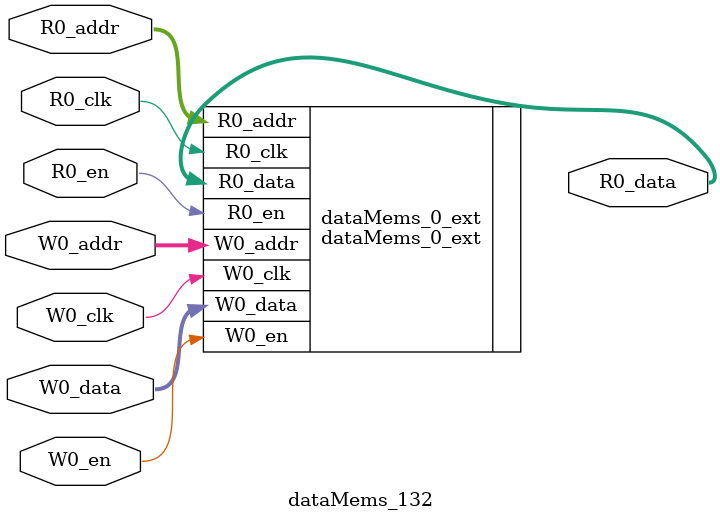
<source format=sv>
`ifndef RANDOMIZE
  `ifdef RANDOMIZE_REG_INIT
    `define RANDOMIZE
  `endif // RANDOMIZE_REG_INIT
`endif // not def RANDOMIZE
`ifndef RANDOMIZE
  `ifdef RANDOMIZE_MEM_INIT
    `define RANDOMIZE
  `endif // RANDOMIZE_MEM_INIT
`endif // not def RANDOMIZE

`ifndef RANDOM
  `define RANDOM $random
`endif // not def RANDOM

// Users can define 'PRINTF_COND' to add an extra gate to prints.
`ifndef PRINTF_COND_
  `ifdef PRINTF_COND
    `define PRINTF_COND_ (`PRINTF_COND)
  `else  // PRINTF_COND
    `define PRINTF_COND_ 1
  `endif // PRINTF_COND
`endif // not def PRINTF_COND_

// Users can define 'ASSERT_VERBOSE_COND' to add an extra gate to assert error printing.
`ifndef ASSERT_VERBOSE_COND_
  `ifdef ASSERT_VERBOSE_COND
    `define ASSERT_VERBOSE_COND_ (`ASSERT_VERBOSE_COND)
  `else  // ASSERT_VERBOSE_COND
    `define ASSERT_VERBOSE_COND_ 1
  `endif // ASSERT_VERBOSE_COND
`endif // not def ASSERT_VERBOSE_COND_

// Users can define 'STOP_COND' to add an extra gate to stop conditions.
`ifndef STOP_COND_
  `ifdef STOP_COND
    `define STOP_COND_ (`STOP_COND)
  `else  // STOP_COND
    `define STOP_COND_ 1
  `endif // STOP_COND
`endif // not def STOP_COND_

// Users can define INIT_RANDOM as general code that gets injected into the
// initializer block for modules with registers.
`ifndef INIT_RANDOM
  `define INIT_RANDOM
`endif // not def INIT_RANDOM

// If using random initialization, you can also define RANDOMIZE_DELAY to
// customize the delay used, otherwise 0.002 is used.
`ifndef RANDOMIZE_DELAY
  `define RANDOMIZE_DELAY 0.002
`endif // not def RANDOMIZE_DELAY

// Define INIT_RANDOM_PROLOG_ for use in our modules below.
`ifndef INIT_RANDOM_PROLOG_
  `ifdef RANDOMIZE
    `ifdef VERILATOR
      `define INIT_RANDOM_PROLOG_ `INIT_RANDOM
    `else  // VERILATOR
      `define INIT_RANDOM_PROLOG_ `INIT_RANDOM #`RANDOMIZE_DELAY begin end
    `endif // VERILATOR
  `else  // RANDOMIZE
    `define INIT_RANDOM_PROLOG_
  `endif // RANDOMIZE
`endif // not def INIT_RANDOM_PROLOG_

// Include register initializers in init blocks unless synthesis is set
`ifndef SYNTHESIS
  `ifndef ENABLE_INITIAL_REG_
    `define ENABLE_INITIAL_REG_
  `endif // not def ENABLE_INITIAL_REG_
`endif // not def SYNTHESIS

// Include rmemory initializers in init blocks unless synthesis is set
`ifndef SYNTHESIS
  `ifndef ENABLE_INITIAL_MEM_
    `define ENABLE_INITIAL_MEM_
  `endif // not def ENABLE_INITIAL_MEM_
`endif // not def SYNTHESIS

module dataMems_132(	// @[generators/ara/src/main/scala/UnsafeAXI4ToTL.scala:365:62]
  input  [4:0]   R0_addr,
  input          R0_en,
  input          R0_clk,
  output [130:0] R0_data,
  input  [4:0]   W0_addr,
  input          W0_en,
  input          W0_clk,
  input  [130:0] W0_data
);

  dataMems_0_ext dataMems_0_ext (	// @[generators/ara/src/main/scala/UnsafeAXI4ToTL.scala:365:62]
    .R0_addr (R0_addr),
    .R0_en   (R0_en),
    .R0_clk  (R0_clk),
    .R0_data (R0_data),
    .W0_addr (W0_addr),
    .W0_en   (W0_en),
    .W0_clk  (W0_clk),
    .W0_data (W0_data)
  );
endmodule


</source>
